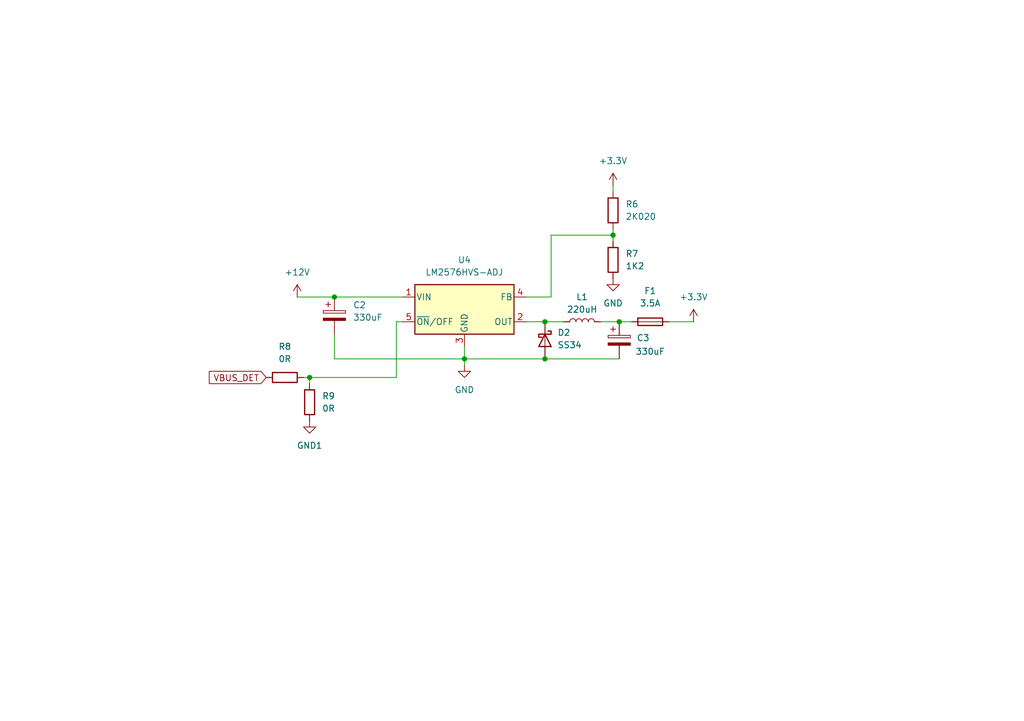
<source format=kicad_sch>
(kicad_sch (version 20231120) (generator "eeschema") (generator_version "8.0")
  (paper "A5")
  (lib_symbols
    (symbol "Device:C_Polarized" (pin_numbers hide) (pin_names (offset 0.254))
      (property "Reference" "C" (at 0.635 2.54 0))
      (property "Value" "C_Polarized" (at 0.635 -2.54 0))
      (symbol "C_Polarized_0_1"
        (rectangle (start -2.286 0.508) (end 2.286 1.016))
        (polyline (pts (xy -1.778 2.286) (xy -0.762 2.286)))
        (polyline (pts (xy -1.27 2.794) (xy -1.27 1.778)))
        (rectangle (start 2.286 -0.508) (end -2.286 -1.016) (fill (type outline)))
      )
      (symbol "C_Polarized_1_1"
        (pin passive line (at 0 3.81 270) (length 2.794) (name "~") (number "1"))
        (pin passive line (at 0 -3.81 90) (length 2.794) (name "~") (number "2"))
      )
    )
    (symbol "Device:Fuse" (pin_numbers hide) (pin_names (offset 0))
      (property "Reference" "F" (at 2.032 0 90))
      (property "Value" "Fuse" (at -1.905 0 90))
      (symbol "Fuse_0_1"
        (rectangle (start -0.762 -2.54) (end 0.762 2.54) (stroke (width 0.254)))
        (polyline (pts (xy 0 2.54) (xy 0 -2.54)))
      )
      (symbol "Fuse_1_1"
        (pin passive line (at 0 3.81 270) (length 1.27) (name "~") (number "1"))
        (pin passive line (at 0 -3.81 90) (length 1.27) (name "~") (number "2"))
      )
    )
    (symbol "Device:L" (pin_numbers hide) (pin_names (offset 1.016) hide)
      (property "Reference" "L" (at -1.27 0 90))
      (property "Value" "L" (at 1.905 0 90))
      (symbol "L_0_1"
        (arc (start 0 -2.54) (mid 0.6323 -1.905) (end 0 -1.27))
        (arc (start 0 -1.27) (mid 0.6323 -0.635) (end 0 0))
        (arc (start 0 0) (mid 0.6323 0.635) (end 0 1.27))
        (arc (start 0 1.27) (mid 0.6323 1.905) (end 0 2.54))
      )
      (symbol "L_1_1"
        (pin passive line (at 0 3.81 270) (length 1.27) (name "1") (number "1"))
        (pin passive line (at 0 -3.81 90) (length 1.27) (name "2") (number "2"))
      )
    )
    (symbol "Device:R" (pin_numbers hide) (pin_names (offset 0))
      (property "Reference" "R" (at 2.032 0 90))
      (property "Value" "R" (at 0 0 90))
      (symbol "R_0_1"
        (rectangle (start -1.016 -2.54) (end 1.016 2.54) (stroke (width 0.254)))
      )
      (symbol "R_1_1"
        (pin passive line (at 0 3.81 270) (length 1.27) (name "~") (number "1"))
        (pin passive line (at 0 -3.81 90) (length 1.27) (name "~") (number "2"))
      )
    )
    (symbol "Diode:SS34" (pin_numbers hide) (pin_names (offset 1.016) hide)
      (property "Reference" "D" (at 0 2.54 0))
      (property "Value" "SS34" (at 0 -2.54 0))
      (symbol "SS34_0_1"
        (polyline (pts (xy 1.27 0) (xy -1.27 0)))
        (polyline (pts (xy 1.27 1.27) (xy 1.27 -1.27) (xy -1.27 0) (xy 1.27 1.27)) (stroke (width 0.254)))
        (polyline (pts (xy -1.905 0.635) (xy -1.905 1.27) (xy -1.27 1.27) (xy -1.27 -1.27) (xy -0.635 -1.27) (xy -0.635 -0.635)) (stroke (width 0.254)))
      )
      (symbol "SS34_1_1"
        (pin passive line (at -3.81 0 0) (length 2.54) (name "K") (number "1"))
        (pin passive line (at 3.81 0 180) (length 2.54) (name "A") (number "2"))
      )
    )
    (symbol "Regulator_Switching:LM2576HVS-ADJ" (pin_names (offset 0.254))
      (property "Reference" "U" (at -10.16 6.35 0))
      (property "Value" "LM2576HVS-ADJ" (at 0 6.35 0))
      (symbol "LM2576HVS-ADJ_0_1"
        (rectangle (start -10.16 5.08) (end 10.16 -5.08) (stroke (width 0.254)) (fill (type background)))
      )
      (symbol "LM2576HVS-ADJ_1_1"
        (pin power_in line (at -12.7 2.54 0) (length 2.54) (name "VIN") (number "1"))
        (pin output line (at 12.7 -2.54 180) (length 2.54) (name "OUT") (number "2"))
        (pin power_in line (at 0 -7.62 90) (length 2.54) (name "GND") (number "3"))
        (pin input line (at 12.7 2.54 180) (length 2.54) (name "FB") (number "4"))
        (pin input line (at -12.7 -2.54 0) (length 2.54) (name "~{ON}/OFF") (number "5"))
      )
    )
    (symbol "power:+3.3V" (power) (pin_numbers hide) (pin_names (offset 0) hide)
      (property "Value" "+3.3V" (at 0 3.556 0))
      (symbol "+3.3V_0_1"
        (polyline (pts (xy -0.762 1.27) (xy 0 2.54)))
        (polyline (pts (xy 0 0) (xy 0 2.54)))
        (polyline (pts (xy 0 2.54) (xy 0.762 1.27)))
      )
      (symbol "+3.3V_1_1"
        (pin power_in line (at 0 0 90) (length 0) (name "~") (number "1"))
      )
    )
    (symbol "power:+5V" (power) (pin_numbers hide) (pin_names (offset 0) hide)
      (property "Value" "+5V" (at 0 3.556 0))
      (symbol "+5V_0_1"
        (polyline (pts (xy -0.762 1.27) (xy 0 2.54)))
        (polyline (pts (xy 0 0) (xy 0 2.54)))
        (polyline (pts (xy 0 2.54) (xy 0.762 1.27)))
      )
      (symbol "+5V_1_1"
        (pin power_in line (at 0 0 90) (length 0) (name "~") (number "1"))
      )
    )
    (symbol "power:GND" (power) (pin_numbers hide) (pin_names (offset 0) hide)
      (property "Value" "GND" (at 0 -3.81 0))
      (symbol "GND_0_1"
        (polyline (pts (xy 0 0) (xy 0 -1.27) (xy 1.27 -1.27) (xy 0 -2.54) (xy -1.27 -1.27) (xy 0 -1.27)))
      )
      (symbol "GND_1_1"
        (pin power_in line (at 0 0 270) (length 0) (name "~") (number "1"))
      )
    )
  )
  (junction (at 127 66.04))
  (junction (at 95.25 73.66))
  (junction (at 63.5 77.47))
  (junction (at 111.76 66.04))
  (junction (at 111.76 73.66))
  (junction (at 68.58 60.96))
  (junction (at 125.73 48.26))
  (wire (pts (xy 137.16 66.04) (xy 142.24 66.04)))
  (wire (pts (xy 125.73 49.53) (xy 125.73 48.26)))
  (wire (pts (xy 62.23 77.47) (xy 63.5 77.47)))
  (wire (pts (xy 127 66.04) (xy 129.54 66.04)))
  (wire (pts (xy 123.19 66.04) (xy 127 66.04)))
  (wire (pts (xy 111.76 66.04) (xy 115.57 66.04)))
  (wire (pts (xy 81.28 66.04) (xy 81.28 77.47)))
  (wire (pts (xy 95.25 73.66) (xy 95.25 74.93)))
  (wire (pts (xy 95.25 71.12) (xy 95.25 73.66)))
  (wire (pts (xy 68.58 60.96) (xy 82.55 60.96)))
  (wire (pts (xy 68.58 73.66) (xy 95.25 73.66)))
  (wire (pts (xy 113.03 48.26) (xy 125.73 48.26)))
  (wire (pts (xy 63.5 77.47) (xy 63.5 78.74)))
  (wire (pts (xy 125.73 46.99) (xy 125.73 48.26)))
  (wire (pts (xy 81.28 66.04) (xy 82.55 66.04)))
  (wire (pts (xy 125.73 38.1) (xy 125.73 39.37)))
  (wire (pts (xy 81.28 77.47) (xy 63.5 77.47)))
  (wire (pts (xy 113.03 60.96) (xy 113.03 48.26)))
  (wire (pts (xy 107.95 60.96) (xy 113.03 60.96)))
  (wire (pts (xy 95.25 73.66) (xy 111.76 73.66)))
  (wire (pts (xy 107.95 66.04) (xy 111.76 66.04)))
  (wire (pts (xy 60.96 60.96) (xy 68.58 60.96)))
  (wire (pts (xy 111.76 73.66) (xy 127 73.66)))
  (wire (pts (xy 68.58 68.58) (xy 68.58 73.66)))
  (global_label "VBUS_DET" (shape input) (at 54.61 77.47 180) (property "Intersheetrefs" "${INTERSHEET_REFS}" (effects (hide yes))))
  (symbol (lib_id "power:GND") (at 63.5 86.36 0) (unit 1)
    (property "Reference" "#PWR010" (effects (hide yes)))
    (property "Value" "GND1" (at 63.5 91.44 0))
    (property "Description" "Power symbol creates a global label with name \"GND\" , ground" (effects (hide yes)))
  )
  (symbol (lib_id "power:+3.3V") (at 125.73 38.1 0) (unit 1)
    (property "Reference" "#PWR08" (effects (hide yes)))
    (property "Value" "+3.3V" (at 125.73 33.02 0))
    (property "Description" "Power symbol creates a global label with name \"+3.3V\"" (effects (hide yes)))
  )
  (symbol (lib_id "power:GND") (at 95.25 74.93 0) (unit 1)
    (property "Reference" "#PWR06" (effects (hide yes)))
    (property "Value" "GND" (at 95.25 80.01 0))
    (property "Description" "Power symbol creates a global label with name \"GND\" , ground" (effects (hide yes)))
  )
  (symbol (lib_id "Device:C_Polarized") (at 127 69.85 0) (unit 1)
    (property "Reference" "C3" (at 130.556 69.342 0) (effects (justify left)))
    (property "Value" "330uF" (at 130.302 72.136 0) (effects (justify left)))
    (property "Description" "Polarized capacitor" (effects (hide yes)))
  )
  (symbol (lib_id "Regulator_Switching:LM2576HVS-ADJ") (at 95.25 63.5 0) (unit 1)
    (property "Reference" "U4" (at 95.25 53.34 0))
    (property "Value" "LM2576HVS-ADJ" (at 95.25 55.88 0))
    (property "Footprint" "Package_TO_SOT_SMD:TO-263-5_TabPin3" (effects (hide yes)))
    (property "Datasheet" "http://www.ti.com/lit/ds/symlink/lm2576.pdf" (effects (hide yes)))
    (property "Description" "Adjustable Output Voltage, 3A SIMPLE SWITCHER® Step-Down Voltage Regulator, High Voltage Input, TO-263" (effects (hide yes)))
  )
  (symbol (lib_id "Device:R") (at 125.73 43.18 0) (unit 1)
    (property "Reference" "R6" (at 128.27 41.9099 0) (effects (justify left)))
    (property "Value" "2K020" (at 128.27 44.4499 0) (effects (justify left)))
    (property "Description" "Resistor" (effects (hide yes)))
  )
  (symbol (lib_id "power:+5V") (at 60.96 60.96 0) (unit 1)
    (property "Reference" "#PWR09" (effects (hide yes)))
    (property "Value" "+12V" (at 60.96 55.88 0))
    (property "Description" "Power symbol creates a global label with name \"+5V\"" (effects (hide yes)))
  )
  (symbol (lib_id "Diode:SS34") (at 111.76 69.85 270) (unit 1)
    (property "Reference" "D2" (at 114.3 68.2624 90) (effects (justify left)))
    (property "Value" "SS34" (at 114.3 70.8024 90) (effects (justify left)))
    (property "Footprint" "Diode_SMD:D_SMA" (effects (hide yes)))
    (property "Datasheet" "https://www.vishay.com/docs/88751/ss32.pdf" (effects (hide yes)))
    (property "Description" "40V 3A Schottky Diode, SMA" (effects (hide yes)))
  )
  (symbol (lib_id "Device:R") (at 58.42 77.47 90) (unit 1)
    (property "Reference" "R8" (at 58.42 71.12 90))
    (property "Value" "0R" (at 58.42 73.66 90))
    (property "Description" "Resistor" (effects (hide yes)))
  )
  (symbol (lib_id "Device:Fuse") (at 133.35 66.04 90) (unit 1)
    (property "Reference" "F1" (at 133.35 59.69 90))
    (property "Value" "3.5A" (at 133.35 62.23 90))
    (property "Description" "Fuse" (effects (hide yes)))
  )
  (symbol (lib_id "Device:R") (at 63.5 82.55 0) (unit 1)
    (property "Reference" "R9" (at 66.04 81.2799 0) (effects (justify left)))
    (property "Value" "0R" (at 66.04 83.8199 0) (effects (justify left)))
    (property "Description" "Resistor" (effects (hide yes)))
  )
  (symbol (lib_id "power:+3.3V") (at 142.24 66.04 0) (unit 1)
    (property "Reference" "#PWR011" (effects (hide yes)))
    (property "Value" "+3.3V" (at 142.24 60.96 0))
    (property "Description" "Power symbol creates a global label with name \"+3.3V\"" (effects (hide yes)))
  )
  (symbol (lib_id "Device:R") (at 125.73 53.34 0) (unit 1)
    (property "Reference" "R7" (at 128.27 52.0699 0) (effects (justify left)))
    (property "Value" "1K2" (at 128.27 54.6099 0) (effects (justify left)))
    (property "Description" "Resistor" (effects (hide yes)))
  )
  (symbol (lib_id "Device:C_Polarized") (at 68.58 64.77 0) (unit 1)
    (property "Reference" "C2" (at 72.39 62.6109 0) (effects (justify left)))
    (property "Value" "330uF" (at 72.39 65.1509 0) (effects (justify left)))
    (property "Description" "Polarized capacitor" (effects (hide yes)))
  )
  (symbol (lib_id "Device:L") (at 119.38 66.04 90) (unit 1)
    (property "Reference" "L1" (at 119.38 60.96 90))
    (property "Value" "220uH" (at 119.38 63.5 90))
    (property "Description" "Inductor" (effects (hide yes)))
  )
  (symbol (lib_id "power:GND") (at 125.73 57.15 0) (unit 1)
    (property "Reference" "#PWR07" (effects (hide yes)))
    (property "Value" "GND" (at 125.73 62.23 0))
    (property "Description" "Power symbol creates a global label with name \"GND\" , ground" (effects (hide yes)))
  )
)
</source>
